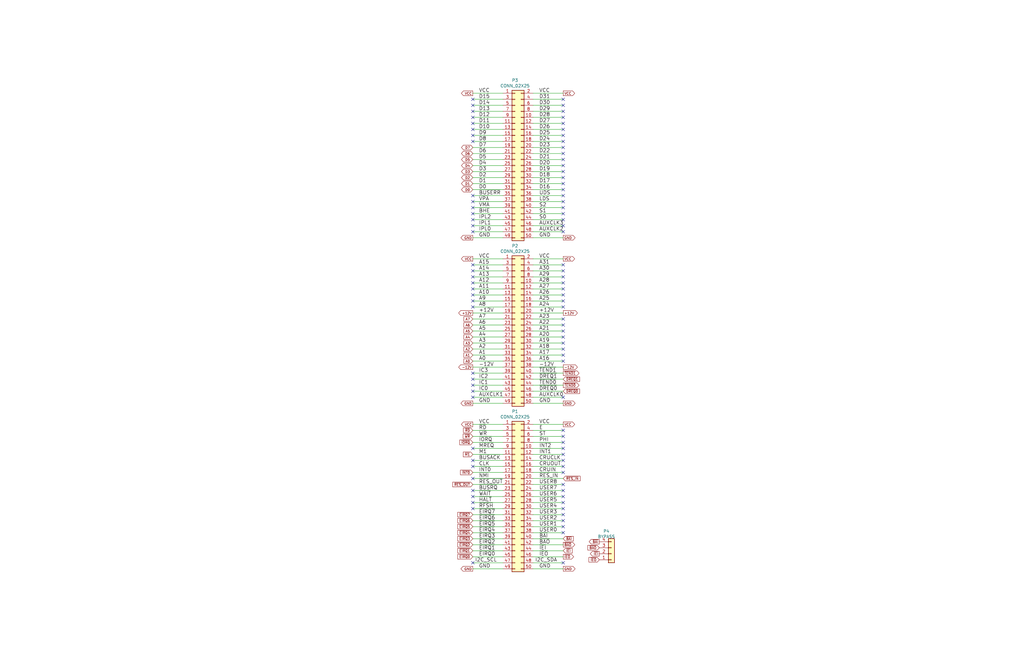
<source format=kicad_sch>
(kicad_sch (version 20211123) (generator eeschema)
  (paper "B")
  (lib_symbols
    (symbol "Connector_Generic:Conn_01x04" (pin_names (offset 1.016) hide)
      (property "Reference" "J" (at 0 5.08 0))
      (property "Value" "Conn_01x04" (at 0 -7.62 0))
      (symbol "Conn_01x04_1_1"
        (rectangle (start -1.27 -4.953) (end 0 -5.207) (stroke (width 0.1524)))
        (rectangle (start -1.27 -2.413) (end 0 -2.667) (stroke (width 0.1524)))
        (rectangle (start -1.27 0.127) (end 0 -0.127) (stroke (width 0.1524)))
        (rectangle (start -1.27 2.667) (end 0 2.413) (stroke (width 0.1524)))
        (rectangle (start -1.27 3.81) (end 1.27 -6.35) (stroke (width 0.254)) (fill (type background)))
        (pin passive line (at -5.08 2.54 0) (length 3.81) (name "Pin_1") (number "1"))
        (pin passive line (at -5.08 0 0) (length 3.81) (name "Pin_2") (number "2"))
        (pin passive line (at -5.08 -2.54 0) (length 3.81) (name "Pin_3") (number "3"))
        (pin passive line (at -5.08 -5.08 0) (length 3.81) (name "Pin_4") (number "4"))
      )
    )
    (symbol "Connector_Generic:Conn_02x25_Odd_Even" (pin_names (offset 1.016) hide)
      (property "Reference" "J" (at 1.27 33.02 0))
      (property "Value" "Conn_02x25_Odd_Even" (at 1.27 -33.02 0))
      (symbol "Conn_02x25_Odd_Even_1_1"
        (rectangle (start -1.27 -30.353) (end 0 -30.607) (stroke (width 0.1524)))
        (rectangle (start -1.27 -27.813) (end 0 -28.067) (stroke (width 0.1524)))
        (rectangle (start -1.27 -25.273) (end 0 -25.527) (stroke (width 0.1524)))
        (rectangle (start -1.27 -22.733) (end 0 -22.987) (stroke (width 0.1524)))
        (rectangle (start -1.27 -20.193) (end 0 -20.447) (stroke (width 0.1524)))
        (rectangle (start -1.27 -17.653) (end 0 -17.907) (stroke (width 0.1524)))
        (rectangle (start -1.27 -15.113) (end 0 -15.367) (stroke (width 0.1524)))
        (rectangle (start -1.27 -12.573) (end 0 -12.827) (stroke (width 0.1524)))
        (rectangle (start -1.27 -10.033) (end 0 -10.287) (stroke (width 0.1524)))
        (rectangle (start -1.27 -7.493) (end 0 -7.747) (stroke (width 0.1524)))
        (rectangle (start -1.27 -4.953) (end 0 -5.207) (stroke (width 0.1524)))
        (rectangle (start -1.27 -2.413) (end 0 -2.667) (stroke (width 0.1524)))
        (rectangle (start -1.27 0.127) (end 0 -0.127) (stroke (width 0.1524)))
        (rectangle (start -1.27 2.667) (end 0 2.413) (stroke (width 0.1524)))
        (rectangle (start -1.27 5.207) (end 0 4.953) (stroke (width 0.1524)))
        (rectangle (start -1.27 7.747) (end 0 7.493) (stroke (width 0.1524)))
        (rectangle (start -1.27 10.287) (end 0 10.033) (stroke (width 0.1524)))
        (rectangle (start -1.27 12.827) (end 0 12.573) (stroke (width 0.1524)))
        (rectangle (start -1.27 15.367) (end 0 15.113) (stroke (width 0.1524)))
        (rectangle (start -1.27 17.907) (end 0 17.653) (stroke (width 0.1524)))
        (rectangle (start -1.27 20.447) (end 0 20.193) (stroke (width 0.1524)))
        (rectangle (start -1.27 22.987) (end 0 22.733) (stroke (width 0.1524)))
        (rectangle (start -1.27 25.527) (end 0 25.273) (stroke (width 0.1524)))
        (rectangle (start -1.27 28.067) (end 0 27.813) (stroke (width 0.1524)))
        (rectangle (start -1.27 30.607) (end 0 30.353) (stroke (width 0.1524)))
        (rectangle (start -1.27 31.75) (end 3.81 -31.75) (stroke (width 0.254)) (fill (type background)))
        (rectangle (start 3.81 -30.353) (end 2.54 -30.607) (stroke (width 0.1524)))
        (rectangle (start 3.81 -27.813) (end 2.54 -28.067) (stroke (width 0.1524)))
        (rectangle (start 3.81 -25.273) (end 2.54 -25.527) (stroke (width 0.1524)))
        (rectangle (start 3.81 -22.733) (end 2.54 -22.987) (stroke (width 0.1524)))
        (rectangle (start 3.81 -20.193) (end 2.54 -20.447) (stroke (width 0.1524)))
        (rectangle (start 3.81 -17.653) (end 2.54 -17.907) (stroke (width 0.1524)))
        (rectangle (start 3.81 -15.113) (end 2.54 -15.367) (stroke (width 0.1524)))
        (rectangle (start 3.81 -12.573) (end 2.54 -12.827) (stroke (width 0.1524)))
        (rectangle (start 3.81 -10.033) (end 2.54 -10.287) (stroke (width 0.1524)))
        (rectangle (start 3.81 -7.493) (end 2.54 -7.747) (stroke (width 0.1524)))
        (rectangle (start 3.81 -4.953) (end 2.54 -5.207) (stroke (width 0.1524)))
        (rectangle (start 3.81 -2.413) (end 2.54 -2.667) (stroke (width 0.1524)))
        (rectangle (start 3.81 0.127) (end 2.54 -0.127) (stroke (width 0.1524)))
        (rectangle (start 3.81 2.667) (end 2.54 2.413) (stroke (width 0.1524)))
        (rectangle (start 3.81 5.207) (end 2.54 4.953) (stroke (width 0.1524)))
        (rectangle (start 3.81 7.747) (end 2.54 7.493) (stroke (width 0.1524)))
        (rectangle (start 3.81 10.287) (end 2.54 10.033) (stroke (width 0.1524)))
        (rectangle (start 3.81 12.827) (end 2.54 12.573) (stroke (width 0.1524)))
        (rectangle (start 3.81 15.367) (end 2.54 15.113) (stroke (width 0.1524)))
        (rectangle (start 3.81 17.907) (end 2.54 17.653) (stroke (width 0.1524)))
        (rectangle (start 3.81 20.447) (end 2.54 20.193) (stroke (width 0.1524)))
        (rectangle (start 3.81 22.987) (end 2.54 22.733) (stroke (width 0.1524)))
        (rectangle (start 3.81 25.527) (end 2.54 25.273) (stroke (width 0.1524)))
        (rectangle (start 3.81 28.067) (end 2.54 27.813) (stroke (width 0.1524)))
        (rectangle (start 3.81 30.607) (end 2.54 30.353) (stroke (width 0.1524)))
        (pin passive line (at -5.08 30.48 0) (length 3.81) (name "Pin_1") (number "1"))
        (pin passive line (at 7.62 20.32 180) (length 3.81) (name "Pin_10") (number "10"))
        (pin passive line (at -5.08 17.78 0) (length 3.81) (name "Pin_11") (number "11"))
        (pin passive line (at 7.62 17.78 180) (length 3.81) (name "Pin_12") (number "12"))
        (pin passive line (at -5.08 15.24 0) (length 3.81) (name "Pin_13") (number "13"))
        (pin passive line (at 7.62 15.24 180) (length 3.81) (name "Pin_14") (number "14"))
        (pin passive line (at -5.08 12.7 0) (length 3.81) (name "Pin_15") (number "15"))
        (pin passive line (at 7.62 12.7 180) (length 3.81) (name "Pin_16") (number "16"))
        (pin passive line (at -5.08 10.16 0) (length 3.81) (name "Pin_17") (number "17"))
        (pin passive line (at 7.62 10.16 180) (length 3.81) (name "Pin_18") (number "18"))
        (pin passive line (at -5.08 7.62 0) (length 3.81) (name "Pin_19") (number "19"))
        (pin passive line (at 7.62 30.48 180) (length 3.81) (name "Pin_2") (number "2"))
        (pin passive line (at 7.62 7.62 180) (length 3.81) (name "Pin_20") (number "20"))
        (pin passive line (at -5.08 5.08 0) (length 3.81) (name "Pin_21") (number "21"))
        (pin passive line (at 7.62 5.08 180) (length 3.81) (name "Pin_22") (number "22"))
        (pin passive line (at -5.08 2.54 0) (length 3.81) (name "Pin_23") (number "23"))
        (pin passive line (at 7.62 2.54 180) (length 3.81) (name "Pin_24") (number "24"))
        (pin passive line (at -5.08 0 0) (length 3.81) (name "Pin_25") (number "25"))
        (pin passive line (at 7.62 0 180) (length 3.81) (name "Pin_26") (number "26"))
        (pin passive line (at -5.08 -2.54 0) (length 3.81) (name "Pin_27") (number "27"))
        (pin passive line (at 7.62 -2.54 180) (length 3.81) (name "Pin_28") (number "28"))
        (pin passive line (at -5.08 -5.08 0) (length 3.81) (name "Pin_29") (number "29"))
        (pin passive line (at -5.08 27.94 0) (length 3.81) (name "Pin_3") (number "3"))
        (pin passive line (at 7.62 -5.08 180) (length 3.81) (name "Pin_30") (number "30"))
        (pin passive line (at -5.08 -7.62 0) (length 3.81) (name "Pin_31") (number "31"))
        (pin passive line (at 7.62 -7.62 180) (length 3.81) (name "Pin_32") (number "32"))
        (pin passive line (at -5.08 -10.16 0) (length 3.81) (name "Pin_33") (number "33"))
        (pin passive line (at 7.62 -10.16 180) (length 3.81) (name "Pin_34") (number "34"))
        (pin passive line (at -5.08 -12.7 0) (length 3.81) (name "Pin_35") (number "35"))
        (pin passive line (at 7.62 -12.7 180) (length 3.81) (name "Pin_36") (number "36"))
        (pin passive line (at -5.08 -15.24 0) (length 3.81) (name "Pin_37") (number "37"))
        (pin passive line (at 7.62 -15.24 180) (length 3.81) (name "Pin_38") (number "38"))
        (pin passive line (at -5.08 -17.78 0) (length 3.81) (name "Pin_39") (number "39"))
        (pin passive line (at 7.62 27.94 180) (length 3.81) (name "Pin_4") (number "4"))
        (pin passive line (at 7.62 -17.78 180) (length 3.81) (name "Pin_40") (number "40"))
        (pin passive line (at -5.08 -20.32 0) (length 3.81) (name "Pin_41") (number "41"))
        (pin passive line (at 7.62 -20.32 180) (length 3.81) (name "Pin_42") (number "42"))
        (pin passive line (at -5.08 -22.86 0) (length 3.81) (name "Pin_43") (number "43"))
        (pin passive line (at 7.62 -22.86 180) (length 3.81) (name "Pin_44") (number "44"))
        (pin passive line (at -5.08 -25.4 0) (length 3.81) (name "Pin_45") (number "45"))
        (pin passive line (at 7.62 -25.4 180) (length 3.81) (name "Pin_46") (number "46"))
        (pin passive line (at -5.08 -27.94 0) (length 3.81) (name "Pin_47") (number "47"))
        (pin passive line (at 7.62 -27.94 180) (length 3.81) (name "Pin_48") (number "48"))
        (pin passive line (at -5.08 -30.48 0) (length 3.81) (name "Pin_49") (number "49"))
        (pin passive line (at -5.08 25.4 0) (length 3.81) (name "Pin_5") (number "5"))
        (pin passive line (at 7.62 -30.48 180) (length 3.81) (name "Pin_50") (number "50"))
        (pin passive line (at 7.62 25.4 180) (length 3.81) (name "Pin_6") (number "6"))
        (pin passive line (at -5.08 22.86 0) (length 3.81) (name "Pin_7") (number "7"))
        (pin passive line (at 7.62 22.86 180) (length 3.81) (name "Pin_8") (number "8"))
        (pin passive line (at -5.08 20.32 0) (length 3.81) (name "Pin_9") (number "9"))
      )
    )
  )
  (no_connect (at 199.39 90.17))
  (no_connect (at 237.49 196.85))
  (no_connect (at 237.49 46.99))
  (no_connect (at 199.39 167.64))
  (no_connect (at 237.49 59.69))
  (no_connect (at 199.39 85.09))
  (no_connect (at 237.49 77.47))
  (no_connect (at 199.39 54.61))
  (no_connect (at 237.49 111.76))
  (no_connect (at 199.39 196.85))
  (no_connect (at 199.39 121.92))
  (no_connect (at 199.39 212.09))
  (no_connect (at 237.49 237.49))
  (no_connect (at 237.49 142.24))
  (no_connect (at 237.49 191.77))
  (no_connect (at 237.49 69.85))
  (no_connect (at 237.49 67.31))
  (no_connect (at 199.39 189.23))
  (no_connect (at 237.49 212.09))
  (no_connect (at 237.49 139.7))
  (no_connect (at 199.39 116.84))
  (no_connect (at 237.49 64.77))
  (no_connect (at 199.39 97.79))
  (no_connect (at 237.49 119.38))
  (no_connect (at 237.49 186.69))
  (no_connect (at 237.49 127))
  (no_connect (at 199.39 207.01))
  (no_connect (at 199.39 52.07))
  (no_connect (at 199.39 124.46))
  (no_connect (at 199.39 119.38))
  (no_connect (at 237.49 181.61))
  (no_connect (at 199.39 49.53))
  (no_connect (at 237.49 184.15))
  (no_connect (at 199.39 59.69))
  (no_connect (at 199.39 41.91))
  (no_connect (at 199.39 160.02))
  (no_connect (at 237.49 116.84))
  (no_connect (at 237.49 54.61))
  (no_connect (at 199.39 157.48))
  (no_connect (at 199.39 165.1))
  (no_connect (at 237.49 52.07))
  (no_connect (at 199.39 201.93))
  (no_connect (at 237.49 214.63))
  (no_connect (at 237.49 114.3))
  (no_connect (at 237.49 152.4))
  (no_connect (at 237.49 74.93))
  (no_connect (at 199.39 129.54))
  (no_connect (at 199.39 57.15))
  (no_connect (at 237.49 217.17))
  (no_connect (at 199.39 46.99))
  (no_connect (at 237.49 57.15))
  (no_connect (at 237.49 189.23))
  (no_connect (at 237.49 62.23))
  (no_connect (at 237.49 72.39))
  (no_connect (at 237.49 224.79))
  (no_connect (at 199.39 214.63))
  (no_connect (at 237.49 97.79))
  (no_connect (at 237.49 90.17))
  (no_connect (at 237.49 219.71))
  (no_connect (at 237.49 49.53))
  (no_connect (at 237.49 194.31))
  (no_connect (at 199.39 92.71))
  (no_connect (at 199.39 127))
  (no_connect (at 199.39 87.63))
  (no_connect (at 199.39 114.3))
  (no_connect (at 237.49 92.71))
  (no_connect (at 237.49 209.55))
  (no_connect (at 199.39 44.45))
  (no_connect (at 237.49 204.47))
  (no_connect (at 237.49 85.09))
  (no_connect (at 237.49 95.25))
  (no_connect (at 237.49 80.01))
  (no_connect (at 237.49 207.01))
  (no_connect (at 237.49 82.55))
  (no_connect (at 237.49 147.32))
  (no_connect (at 237.49 222.25))
  (no_connect (at 237.49 199.39))
  (no_connect (at 237.49 87.63))
  (no_connect (at 199.39 194.31))
  (no_connect (at 199.39 111.76))
  (no_connect (at 237.49 129.54))
  (no_connect (at 199.39 82.55))
  (no_connect (at 199.39 95.25))
  (no_connect (at 237.49 41.91))
  (no_connect (at 237.49 121.92))
  (no_connect (at 237.49 44.45))
  (no_connect (at 237.49 137.16))
  (no_connect (at 237.49 149.86))
  (no_connect (at 237.49 144.78))
  (no_connect (at 199.39 237.49))
  (no_connect (at 237.49 134.62))
  (no_connect (at 199.39 162.56))
  (no_connect (at 237.49 167.64))
  (no_connect (at 237.49 124.46))
  (no_connect (at 199.39 209.55))
  (wire (pts (xy 224.79 224.79) (xy 237.49 224.79)))
  (wire (pts (xy 199.39 224.79) (xy 212.09 224.79)))
  (wire (pts (xy 224.79 77.47) (xy 237.49 77.47)))
  (wire (pts (xy 199.39 54.61) (xy 212.09 54.61)))
  (wire (pts (xy 199.39 209.55) (xy 212.09 209.55)))
  (wire (pts (xy 224.79 207.01) (xy 237.49 207.01)))
  (wire (pts (xy 199.39 137.16) (xy 212.09 137.16)))
  (wire (pts (xy 199.39 49.53) (xy 212.09 49.53)))
  (wire (pts (xy 224.79 97.79) (xy 237.49 97.79)))
  (wire (pts (xy 237.49 194.31) (xy 224.79 194.31)))
  (wire (pts (xy 224.79 201.93) (xy 237.49 201.93)))
  (wire (pts (xy 224.79 209.55) (xy 237.49 209.55)))
  (wire (pts (xy 224.79 57.15) (xy 237.49 57.15)))
  (wire (pts (xy 199.39 240.03) (xy 212.09 240.03)))
  (wire (pts (xy 224.79 100.33) (xy 237.49 100.33)))
  (wire (pts (xy 199.39 67.31) (xy 212.09 67.31)))
  (wire (pts (xy 224.79 85.09) (xy 237.49 85.09)))
  (wire (pts (xy 224.79 142.24) (xy 237.49 142.24)))
  (wire (pts (xy 199.39 152.4) (xy 212.09 152.4)))
  (wire (pts (xy 212.09 160.02) (xy 199.39 160.02)))
  (wire (pts (xy 224.79 137.16) (xy 237.49 137.16)))
  (wire (pts (xy 212.09 85.09) (xy 199.39 85.09)))
  (wire (pts (xy 199.39 204.47) (xy 212.09 204.47)))
  (wire (pts (xy 224.79 80.01) (xy 237.49 80.01)))
  (wire (pts (xy 224.79 212.09) (xy 237.49 212.09)))
  (wire (pts (xy 199.39 74.93) (xy 212.09 74.93)))
  (wire (pts (xy 224.79 170.18) (xy 237.49 170.18)))
  (wire (pts (xy 199.39 149.86) (xy 212.09 149.86)))
  (wire (pts (xy 199.39 116.84) (xy 212.09 116.84)))
  (wire (pts (xy 199.39 227.33) (xy 212.09 227.33)))
  (wire (pts (xy 237.49 184.15) (xy 224.79 184.15)))
  (wire (pts (xy 199.39 134.62) (xy 212.09 134.62)))
  (wire (pts (xy 224.79 144.78) (xy 237.49 144.78)))
  (wire (pts (xy 224.79 124.46) (xy 237.49 124.46)))
  (wire (pts (xy 199.39 52.07) (xy 212.09 52.07)))
  (wire (pts (xy 199.39 199.39) (xy 212.09 199.39)))
  (wire (pts (xy 224.79 67.31) (xy 237.49 67.31)))
  (wire (pts (xy 237.49 95.25) (xy 224.79 95.25)))
  (wire (pts (xy 224.79 114.3) (xy 237.49 114.3)))
  (wire (pts (xy 199.39 41.91) (xy 212.09 41.91)))
  (wire (pts (xy 199.39 111.76) (xy 212.09 111.76)))
  (wire (pts (xy 199.39 44.45) (xy 212.09 44.45)))
  (wire (pts (xy 224.79 44.45) (xy 237.49 44.45)))
  (wire (pts (xy 199.39 59.69) (xy 212.09 59.69)))
  (wire (pts (xy 224.79 129.54) (xy 237.49 129.54)))
  (wire (pts (xy 224.79 147.32) (xy 237.49 147.32)))
  (wire (pts (xy 199.39 77.47) (xy 212.09 77.47)))
  (wire (pts (xy 199.39 191.77) (xy 212.09 191.77)))
  (wire (pts (xy 199.39 64.77) (xy 212.09 64.77)))
  (wire (pts (xy 199.39 62.23) (xy 212.09 62.23)))
  (wire (pts (xy 199.39 222.25) (xy 212.09 222.25)))
  (wire (pts (xy 224.79 204.47) (xy 237.49 204.47)))
  (wire (pts (xy 224.79 59.69) (xy 237.49 59.69)))
  (wire (pts (xy 224.79 87.63) (xy 237.49 87.63)))
  (wire (pts (xy 224.79 62.23) (xy 237.49 62.23)))
  (wire (pts (xy 224.79 219.71) (xy 237.49 219.71)))
  (wire (pts (xy 224.79 82.55) (xy 237.49 82.55)))
  (wire (pts (xy 212.09 90.17) (xy 199.39 90.17)))
  (wire (pts (xy 199.39 121.92) (xy 212.09 121.92)))
  (wire (pts (xy 224.79 69.85) (xy 237.49 69.85)))
  (wire (pts (xy 199.39 46.99) (xy 212.09 46.99)))
  (wire (pts (xy 224.79 196.85) (xy 237.49 196.85)))
  (wire (pts (xy 224.79 179.07) (xy 237.49 179.07)))
  (wire (pts (xy 224.79 157.48) (xy 237.49 157.48)))
  (wire (pts (xy 199.39 194.31) (xy 212.09 194.31)))
  (wire (pts (xy 224.79 222.25) (xy 237.49 222.25)))
  (wire (pts (xy 199.39 201.93) (xy 212.09 201.93)))
  (wire (pts (xy 199.39 179.07) (xy 212.09 179.07)))
  (wire (pts (xy 237.49 234.95) (xy 224.79 234.95)))
  (wire (pts (xy 224.79 154.94) (xy 237.49 154.94)))
  (wire (pts (xy 224.79 134.62) (xy 237.49 134.62)))
  (wire (pts (xy 224.79 92.71) (xy 237.49 92.71)))
  (wire (pts (xy 199.39 212.09) (xy 212.09 212.09)))
  (wire (pts (xy 199.39 119.38) (xy 212.09 119.38)))
  (wire (pts (xy 199.39 144.78) (xy 212.09 144.78)))
  (wire (pts (xy 237.49 191.77) (xy 224.79 191.77)))
  (wire (pts (xy 224.79 109.22) (xy 237.49 109.22)))
  (wire (pts (xy 224.79 121.92) (xy 237.49 121.92)))
  (wire (pts (xy 199.39 186.69) (xy 212.09 186.69)))
  (wire (pts (xy 237.49 181.61) (xy 224.79 181.61)))
  (wire (pts (xy 199.39 170.18) (xy 212.09 170.18)))
  (wire (pts (xy 199.39 219.71) (xy 212.09 219.71)))
  (wire (pts (xy 224.79 46.99) (xy 237.49 46.99)))
  (wire (pts (xy 199.39 196.85) (xy 212.09 196.85)))
  (wire (pts (xy 224.79 149.86) (xy 237.49 149.86)))
  (wire (pts (xy 199.39 234.95) (xy 212.09 234.95)))
  (wire (pts (xy 199.39 181.61) (xy 212.09 181.61)))
  (wire (pts (xy 237.49 189.23) (xy 224.79 189.23)))
  (wire (pts (xy 224.79 165.1) (xy 237.49 165.1)))
  (wire (pts (xy 199.39 129.54) (xy 212.09 129.54)))
  (wire (pts (xy 199.39 229.87) (xy 212.09 229.87)))
  (wire (pts (xy 224.79 240.03) (xy 237.49 240.03)))
  (wire (pts (xy 224.79 64.77) (xy 237.49 64.77)))
  (wire (pts (xy 199.39 127) (xy 212.09 127)))
  (wire (pts (xy 224.79 49.53) (xy 237.49 49.53)))
  (wire (pts (xy 224.79 72.39) (xy 237.49 72.39)))
  (wire (pts (xy 224.79 152.4) (xy 237.49 152.4)))
  (wire (pts (xy 199.39 57.15) (xy 212.09 57.15)))
  (wire (pts (xy 224.79 162.56) (xy 237.49 162.56)))
  (wire (pts (xy 224.79 74.93) (xy 237.49 74.93)))
  (wire (pts (xy 224.79 90.17) (xy 237.49 90.17)))
  (wire (pts (xy 212.09 82.55) (xy 199.39 82.55)))
  (wire (pts (xy 212.09 157.48) (xy 199.39 157.48)))
  (wire (pts (xy 224.79 139.7) (xy 237.49 139.7)))
  (wire (pts (xy 224.79 39.37) (xy 237.49 39.37)))
  (wire (pts (xy 212.09 87.63) (xy 199.39 87.63)))
  (wire (pts (xy 224.79 199.39) (xy 237.49 199.39)))
  (wire (pts (xy 224.79 111.76) (xy 237.49 111.76)))
  (wire (pts (xy 237.49 232.41) (xy 224.79 232.41)))
  (wire (pts (xy 224.79 52.07) (xy 237.49 52.07)))
  (wire (pts (xy 199.39 124.46) (xy 212.09 124.46)))
  (wire (pts (xy 237.49 237.49) (xy 224.79 237.49)))
  (wire (pts (xy 224.79 132.08) (xy 237.49 132.08)))
  (wire (pts (xy 224.79 217.17) (xy 237.49 217.17)))
  (wire (pts (xy 237.49 229.87) (xy 224.79 229.87)))
  (wire (pts (xy 199.39 167.64) (xy 212.09 167.64)))
  (wire (pts (xy 199.39 72.39) (xy 212.09 72.39)))
  (wire (pts (xy 199.39 142.24) (xy 212.09 142.24)))
  (wire (pts (xy 199.39 109.22) (xy 212.09 109.22)))
  (wire (pts (xy 199.39 132.08) (xy 212.09 132.08)))
  (wire (pts (xy 199.39 189.23) (xy 212.09 189.23)))
  (wire (pts (xy 224.79 116.84) (xy 237.49 116.84)))
  (wire (pts (xy 199.39 214.63) (xy 212.09 214.63)))
  (wire (pts (xy 199.39 217.17) (xy 212.09 217.17)))
  (wire (pts (xy 199.39 154.94) (xy 212.09 154.94)))
  (wire (pts (xy 199.39 39.37) (xy 212.09 39.37)))
  (wire (pts (xy 199.39 147.32) (xy 212.09 147.32)))
  (wire (pts (xy 224.79 167.64) (xy 237.49 167.64)))
  (wire (pts (xy 199.39 100.33) (xy 212.09 100.33)))
  (wire (pts (xy 237.49 227.33) (xy 224.79 227.33)))
  (wire (pts (xy 212.09 97.79) (xy 199.39 97.79)))
  (wire (pts (xy 224.79 41.91) (xy 237.49 41.91)))
  (wire (pts (xy 199.39 232.41) (xy 212.09 232.41)))
  (wire (pts (xy 212.09 165.1) (xy 199.39 165.1)))
  (wire (pts (xy 237.49 186.69) (xy 224.79 186.69)))
  (wire (pts (xy 199.39 114.3) (xy 212.09 114.3)))
  (wire (pts (xy 224.79 127) (xy 237.49 127)))
  (wire (pts (xy 199.39 80.01) (xy 212.09 80.01)))
  (wire (pts (xy 199.39 139.7) (xy 212.09 139.7)))
  (wire (pts (xy 199.39 69.85) (xy 212.09 69.85)))
  (wire (pts (xy 212.09 237.49) (xy 199.39 237.49)))
  (wire (pts (xy 224.79 160.02) (xy 237.49 160.02)))
  (wire (pts (xy 212.09 92.71) (xy 199.39 92.71)))
  (wire (pts (xy 224.79 214.63) (xy 237.49 214.63)))
  (wire (pts (xy 199.39 207.01) (xy 212.09 207.01)))
  (wire (pts (xy 212.09 95.25) (xy 199.39 95.25)))
  (wire (pts (xy 224.79 119.38) (xy 237.49 119.38)))
  (wire (pts (xy 212.09 162.56) (xy 199.39 162.56)))
  (wire (pts (xy 224.79 54.61) (xy 237.49 54.61)))
  (wire (pts (xy 199.39 184.15) (xy 212.09 184.15)))
  (label "A7" (at 201.93 134.62 0) (effects (font (size 1.524 1.524))))
  (label "VCC" (at 201.93 179.07 0) (effects (font (size 1.524 1.524))))
  (label "~{BHE}" (at 201.93 90.17 0) (effects (font (size 1.524 1.524))))
  (label "D4" (at 201.93 69.85 0) (effects (font (size 1.524 1.524))))
  (label "A5" (at 201.93 139.7 0) (effects (font (size 1.524 1.524))))
  (label "~{RES_OUT}" (at 201.93 204.47 0) (effects (font (size 1.524 1.524))))
  (label "IPL1" (at 201.93 95.25 0) (effects (font (size 1.524 1.524))))
  (label "UDS" (at 227.33 82.55 0) (effects (font (size 1.524 1.524))))
  (label "~{INT2}" (at 227.33 189.23 0) (effects (font (size 1.524 1.524))))
  (label "VCC" (at 227.33 179.07 0) (effects (font (size 1.524 1.524))))
  (label "IC2" (at 201.93 160.02 0) (effects (font (size 1.524 1.524))))
  (label "USER0" (at 227.33 224.79 0) (effects (font (size 1.524 1.524))))
  (label "VCC" (at 227.33 39.37 0) (effects (font (size 1.524 1.524))))
  (label "A9" (at 201.93 127 0) (effects (font (size 1.524 1.524))))
  (label "D9" (at 201.93 57.15 0) (effects (font (size 1.524 1.524))))
  (label "GND" (at 227.33 100.33 0) (effects (font (size 1.524 1.524))))
  (label "D23" (at 227.33 62.23 0) (effects (font (size 1.524 1.524))))
  (label "D15" (at 201.93 41.91 0) (effects (font (size 1.524 1.524))))
  (label "~{IEI}" (at 227.33 232.41 0) (effects (font (size 1.524 1.524))))
  (label "A6" (at 201.93 137.16 0) (effects (font (size 1.524 1.524))))
  (label "D0" (at 201.93 80.01 0) (effects (font (size 1.524 1.524))))
  (label "GND" (at 201.93 240.03 0) (effects (font (size 1.524 1.524))))
  (label "IPL0" (at 201.93 97.79 0) (effects (font (size 1.524 1.524))))
  (label "D16" (at 227.33 80.01 0) (effects (font (size 1.524 1.524))))
  (label "~{VPA}" (at 201.93 85.09 0) (effects (font (size 1.524 1.524))))
  (label "I2C_SCL" (at 209.55 237.49 180) (effects (font (size 1.524 1.524))))
  (label "~{NMI}" (at 201.93 201.93 0) (effects (font (size 1.524 1.524))))
  (label "~{MREQ}" (at 201.93 189.23 0) (effects (font (size 1.524 1.524))))
  (label "USER6" (at 227.33 209.55 0) (effects (font (size 1.524 1.524))))
  (label "A3" (at 201.93 144.78 0) (effects (font (size 1.524 1.524))))
  (label "A4" (at 201.93 142.24 0) (effects (font (size 1.524 1.524))))
  (label "A23" (at 227.33 134.62 0) (effects (font (size 1.524 1.524))))
  (label "D25" (at 227.33 57.15 0) (effects (font (size 1.524 1.524))))
  (label "D7" (at 201.93 62.23 0) (effects (font (size 1.524 1.524))))
  (label "VCC" (at 227.33 109.22 0) (effects (font (size 1.524 1.524))))
  (label "+12V" (at 227.33 132.08 0) (effects (font (size 1.524 1.524))))
  (label "~{BAO}" (at 227.33 229.87 0) (effects (font (size 1.524 1.524))))
  (label "A14" (at 201.93 114.3 0) (effects (font (size 1.524 1.524))))
  (label "GND" (at 227.33 170.18 0) (effects (font (size 1.524 1.524))))
  (label "D26" (at 227.33 54.61 0) (effects (font (size 1.524 1.524))))
  (label "D6" (at 201.93 64.77 0) (effects (font (size 1.524 1.524))))
  (label "~{INT0}" (at 201.93 199.39 0) (effects (font (size 1.524 1.524))))
  (label "S0" (at 227.33 92.71 0) (effects (font (size 1.524 1.524))))
  (label "A24" (at 227.33 129.54 0) (effects (font (size 1.524 1.524))))
  (label "A28" (at 227.33 119.38 0) (effects (font (size 1.524 1.524))))
  (label "A20" (at 227.33 142.24 0) (effects (font (size 1.524 1.524))))
  (label "~{RD}" (at 201.93 181.61 0) (effects (font (size 1.524 1.524))))
  (label "A21" (at 227.33 139.7 0) (effects (font (size 1.524 1.524))))
  (label "A29" (at 227.33 116.84 0) (effects (font (size 1.524 1.524))))
  (label "AUXCLK3" (at 227.33 95.25 0) (effects (font (size 1.524 1.524))))
  (label "~{DREQ1}" (at 227.33 160.02 0) (effects (font (size 1.524 1.524))))
  (label "D13" (at 201.93 46.99 0) (effects (font (size 1.524 1.524))))
  (label "~{EIRQ0}" (at 201.93 234.95 0) (effects (font (size 1.524 1.524))))
  (label "A1" (at 201.93 149.86 0) (effects (font (size 1.524 1.524))))
  (label "VCC" (at 201.93 109.22 0) (effects (font (size 1.524 1.524))))
  (label "A8" (at 201.93 129.54 0) (effects (font (size 1.524 1.524))))
  (label "A25" (at 227.33 127 0) (effects (font (size 1.524 1.524))))
  (label "A13" (at 201.93 116.84 0) (effects (font (size 1.524 1.524))))
  (label "+12V" (at 201.93 132.08 0) (effects (font (size 1.524 1.524))))
  (label "D18" (at 227.33 74.93 0) (effects (font (size 1.524 1.524))))
  (label "D24" (at 227.33 59.69 0) (effects (font (size 1.524 1.524))))
  (label "~{M1}" (at 201.93 191.77 0) (effects (font (size 1.524 1.524))))
  (label "~{RFSH}" (at 201.93 214.63 0) (effects (font (size 1.524 1.524))))
  (label "USER4" (at 227.33 214.63 0) (effects (font (size 1.524 1.524))))
  (label "PHI" (at 227.33 186.69 0) (effects (font (size 1.524 1.524))))
  (label "~{BUSERR}" (at 201.93 82.55 0) (effects (font (size 1.524 1.524))))
  (label "AUXCLK0" (at 227.33 167.64 0) (effects (font (size 1.524 1.524))))
  (label "~{IEO}" (at 227.33 234.95 0) (effects (font (size 1.524 1.524))))
  (label "~{HALT}" (at 201.93 212.09 0) (effects (font (size 1.524 1.524))))
  (label "I2C_SDA" (at 234.95 237.49 180) (effects (font (size 1.524 1.524))))
  (label "USER8" (at 227.33 204.47 0) (effects (font (size 1.524 1.524))))
  (label "~{EIRQ4}" (at 201.93 224.79 0) (effects (font (size 1.524 1.524))))
  (label "A16" (at 227.33 152.4 0) (effects (font (size 1.524 1.524))))
  (label "A2" (at 201.93 147.32 0) (effects (font (size 1.524 1.524))))
  (label "A31" (at 227.33 111.76 0) (effects (font (size 1.524 1.524))))
  (label "~{TEND1}" (at 227.33 157.48 0) (effects (font (size 1.524 1.524))))
  (label "AUXCLK1" (at 201.93 167.64 0) (effects (font (size 1.524 1.524))))
  (label "D3" (at 201.93 72.39 0) (effects (font (size 1.524 1.524))))
  (label "D19" (at 227.33 72.39 0) (effects (font (size 1.524 1.524))))
  (label "~{WR}" (at 201.93 184.15 0) (effects (font (size 1.524 1.524))))
  (label "A10" (at 201.93 124.46 0) (effects (font (size 1.524 1.524))))
  (label "E" (at 227.33 181.61 0) (effects (font (size 1.524 1.524))))
  (label "ST" (at 227.33 184.15 0) (effects (font (size 1.524 1.524))))
  (label "A18" (at 227.33 147.32 0) (effects (font (size 1.524 1.524))))
  (label "A15" (at 201.93 111.76 0) (effects (font (size 1.524 1.524))))
  (label "A0" (at 201.93 152.4 0) (effects (font (size 1.524 1.524))))
  (label "LDS" (at 227.33 85.09 0) (effects (font (size 1.524 1.524))))
  (label "D12" (at 201.93 49.53 0) (effects (font (size 1.524 1.524))))
  (label "IC1" (at 201.93 162.56 0) (effects (font (size 1.524 1.524))))
  (label "~{BUSACK}" (at 201.93 194.31 0) (effects (font (size 1.524 1.524))))
  (label "A19" (at 227.33 144.78 0) (effects (font (size 1.524 1.524))))
  (label "AUXCLK2" (at 227.33 97.79 0) (effects (font (size 1.524 1.524))))
  (label "GND" (at 227.33 240.03 0) (effects (font (size 1.524 1.524))))
  (label "D1" (at 201.93 77.47 0) (effects (font (size 1.524 1.524))))
  (label "S1" (at 227.33 90.17 0) (effects (font (size 1.524 1.524))))
  (label "~{WAIT}" (at 201.93 209.55 0) (effects (font (size 1.524 1.524))))
  (label "~{EIRQ2}" (at 201.93 229.87 0) (effects (font (size 1.524 1.524))))
  (label "CRUIN" (at 227.33 199.39 0) (effects (font (size 1.524 1.524))))
  (label "-12V" (at 201.93 154.94 0) (effects (font (size 1.524 1.524))))
  (label "D22" (at 227.33 64.77 0) (effects (font (size 1.524 1.524))))
  (label "~{IORQ}" (at 201.93 186.69 0) (effects (font (size 1.524 1.524))))
  (label "~{EIRQ5}" (at 201.93 222.25 0) (effects (font (size 1.524 1.524))))
  (label "CRUCLK" (at 227.33 194.31 0) (effects (font (size 1.524 1.524))))
  (label "D8" (at 201.93 59.69 0) (effects (font (size 1.524 1.524))))
  (label "D14" (at 201.93 44.45 0) (effects (font (size 1.524 1.524))))
  (label "D11" (at 201.93 52.07 0) (effects (font (size 1.524 1.524))))
  (label "A17" (at 227.33 149.86 0) (effects (font (size 1.524 1.524))))
  (label "A26" (at 227.33 124.46 0) (effects (font (size 1.524 1.524))))
  (label "A12" (at 201.93 119.38 0) (effects (font (size 1.524 1.524))))
  (label "~{INT1}" (at 227.33 191.77 0) (effects (font (size 1.524 1.524))))
  (label "~{EIRQ6}" (at 201.93 219.71 0) (effects (font (size 1.524 1.524))))
  (label "CLK" (at 201.93 196.85 0) (effects (font (size 1.524 1.524))))
  (label "S2" (at 227.33 87.63 0) (effects (font (size 1.524 1.524))))
  (label "D30" (at 227.33 44.45 0) (effects (font (size 1.524 1.524))))
  (label "A30" (at 227.33 114.3 0) (effects (font (size 1.524 1.524))))
  (label "~{RES_IN}" (at 227.33 201.93 0) (effects (font (size 1.524 1.524))))
  (label "D31" (at 227.33 41.91 0) (effects (font (size 1.524 1.524))))
  (label "D28" (at 227.33 49.53 0) (effects (font (size 1.524 1.524))))
  (label "D2" (at 201.93 74.93 0) (effects (font (size 1.524 1.524))))
  (label "D29" (at 227.33 46.99 0) (effects (font (size 1.524 1.524))))
  (label "USER5" (at 227.33 212.09 0) (effects (font (size 1.524 1.524))))
  (label "~{BUSRQ}" (at 201.93 207.01 0) (effects (font (size 1.524 1.524))))
  (label "GND" (at 201.93 170.18 0) (effects (font (size 1.524 1.524))))
  (label "~{EIRQ1}" (at 201.93 232.41 0) (effects (font (size 1.524 1.524))))
  (label "A27" (at 227.33 121.92 0) (effects (font (size 1.524 1.524))))
  (label "~{DREQ0}" (at 227.33 165.1 0) (effects (font (size 1.524 1.524))))
  (label "-12V" (at 227.33 154.94 0) (effects (font (size 1.524 1.524))))
  (label "IC3" (at 201.93 157.48 0) (effects (font (size 1.524 1.524))))
  (label "D27" (at 227.33 52.07 0) (effects (font (size 1.524 1.524))))
  (label "USER7" (at 227.33 207.01 0) (effects (font (size 1.524 1.524))))
  (label "D10" (at 201.93 54.61 0) (effects (font (size 1.524 1.524))))
  (label "D21" (at 227.33 67.31 0) (effects (font (size 1.524 1.524))))
  (label "~{VMA}" (at 201.93 87.63 0) (effects (font (size 1.524 1.524))))
  (label "D17" (at 227.33 77.47 0) (effects (font (size 1.524 1.524))))
  (label "A22" (at 227.33 137.16 0) (effects (font (size 1.524 1.524))))
  (label "~{BAI}" (at 227.33 227.33 0) (effects (font (size 1.524 1.524))))
  (label "USER2" (at 227.33 219.71 0) (effects (font (size 1.524 1.524))))
  (label "VCC" (at 201.93 39.37 0) (effects (font (size 1.524 1.524))))
  (label "CRUOUT" (at 227.33 196.85 0) (effects (font (size 1.524 1.524))))
  (label "GND" (at 201.93 100.33 0) (effects (font (size 1.524 1.524))))
  (label "D20" (at 227.33 69.85 0) (effects (font (size 1.524 1.524))))
  (label "~{TEND0}" (at 227.33 162.56 0) (effects (font (size 1.524 1.524))))
  (label "~{EIRQ3}" (at 201.93 227.33 0) (effects (font (size 1.524 1.524))))
  (label "~{EIRQ7}" (at 201.93 217.17 0) (effects (font (size 1.524 1.524))))
  (label "USER3" (at 227.33 217.17 0) (effects (font (size 1.524 1.524))))
  (label "IPL2" (at 201.93 92.71 0) (effects (font (size 1.524 1.524))))
  (label "A11" (at 201.93 121.92 0) (effects (font (size 1.524 1.524))))
  (label "D5" (at 201.93 67.31 0) (effects (font (size 1.524 1.524))))
  (label "IC0" (at 201.93 165.1 0) (effects (font (size 1.524 1.524))))
  (label "USER1" (at 227.33 222.25 0) (effects (font (size 1.524 1.524))))
  (global_label "~{EIRQ4}" (shape input) (at 199.39 224.79 180) (effects (font (size 1.016 1.016))) (property "Intersheet References" "${INTERSHEET_REFS}" (effects hide)))
  (global_label "GND" (shape output) (at 199.39 100.33 180) (effects (font (size 1.016 1.016))) (property "Intersheet References" "${INTERSHEET_REFS}" (effects hide)))
  (global_label "VCC" (shape output) (at 199.39 179.07 180) (effects (font (size 1.016 1.016))) (property "Intersheet References" "${INTERSHEET_REFS}" (effects hide)))
  (global_label "GND" (shape output) (at 237.49 100.33 0) (effects (font (size 1.016 1.016))) (property "Intersheet References" "${INTERSHEET_REFS}" (effects hide)))
  (global_label "~{BAI}" (shape input) (at 237.49 227.33 0) (effects (font (size 1.016 1.016))) (property "Intersheet References" "${INTERSHEET_REFS}" (effects hide)))
  (global_label "VCC" (shape output) (at 199.39 39.37 180) (effects (font (size 1.016 1.016))) (property "Intersheet References" "${INTERSHEET_REFS}" (effects hide)))
  (global_label "~{EIRQ6}" (shape input) (at 199.39 219.71 180) (effects (font (size 1.016 1.016))) (property "Intersheet References" "${INTERSHEET_REFS}" (effects hide)))
  (global_label "~{EIRQ1}" (shape input) (at 199.39 232.41 180) (effects (font (size 1.016 1.016))) (property "Intersheet References" "${INTERSHEET_REFS}" (effects hide)))
  (global_label "A0" (shape input) (at 199.39 152.4 180) (effects (font (size 1.016 1.016))) (property "Intersheet References" "${INTERSHEET_REFS}" (effects hide)))
  (global_label "~{INT0}" (shape input) (at 199.39 199.39 180) (effects (font (size 1.016 1.016))) (property "Intersheet References" "${INTERSHEET_REFS}" (effects hide)))
  (global_label "+12V" (shape output) (at 199.39 132.08 180) (effects (font (size 1.016 1.016))) (property "Intersheet References" "${INTERSHEET_REFS}" (effects hide)))
  (global_label "D7" (shape bidirectional) (at 199.39 62.23 180) (effects (font (size 1.016 1.016))) (property "Intersheet References" "${INTERSHEET_REFS}" (effects hide)))
  (global_label "A4" (shape input) (at 199.39 142.24 180) (effects (font (size 1.016 1.016))) (property "Intersheet References" "${INTERSHEET_REFS}" (effects hide)))
  (global_label "A5" (shape input) (at 199.39 139.7 180) (effects (font (size 1.016 1.016))) (property "Intersheet References" "${INTERSHEET_REFS}" (effects hide)))
  (global_label "~{BAO}" (shape input) (at 252.73 231.14 180) (effects (font (size 1.016 1.016))) (property "Intersheet References" "${INTERSHEET_REFS}" (effects hide)))
  (global_label "~{WR}" (shape input) (at 199.39 184.15 180) (effects (font (size 1.016 1.016))) (property "Intersheet References" "${INTERSHEET_REFS}" (effects hide)))
  (global_label "~{IEI}" (shape output) (at 252.73 233.68 180) (effects (font (size 1.016 1.016))) (property "Intersheet References" "${INTERSHEET_REFS}" (effects hide)))
  (global_label "+12V" (shape output) (at 237.49 132.08 0) (effects (font (size 1.016 1.016))) (property "Intersheet References" "${INTERSHEET_REFS}" (effects hide)))
  (global_label "GND" (shape output) (at 199.39 170.18 180) (effects (font (size 1.016 1.016))) (property "Intersheet References" "${INTERSHEET_REFS}" (effects hide)))
  (global_label "A3" (shape input) (at 199.39 144.78 180) (effects (font (size 1.016 1.016))) (property "Intersheet References" "${INTERSHEET_REFS}" (effects hide)))
  (global_label "~{RD}" (shape input) (at 199.39 181.61 180) (effects (font (size 1.016 1.016))) (property "Intersheet References" "${INTERSHEET_REFS}" (effects hide)))
  (global_label "~{RES_IN}" (shape input) (at 237.49 201.93 0) (effects (font (size 1.016 1.016))) (property "Intersheet References" "${INTERSHEET_REFS}" (effects hide)))
  (global_label "-12V" (shape output) (at 237.49 154.94 0) (effects (font (size 1.016 1.016))) (property "Intersheet References" "${INTERSHEET_REFS}" (effects hide)))
  (global_label "~{IEO}" (shape output) (at 237.49 234.95 0) (effects (font (size 1.016 1.016))) (property "Intersheet References" "${INTERSHEET_REFS}" (effects hide)))
  (global_label "A2" (shape input) (at 199.39 147.32 180) (effects (font (size 1.016 1.016))) (property "Intersheet References" "${INTERSHEET_REFS}" (effects hide)))
  (global_label "~{RES_OUT}" (shape input) (at 199.39 204.47 180) (effects (font (size 1.016 1.016))) (property "Intersheet References" "${INTERSHEET_REFS}" (effects hide)))
  (global_label "VCC" (shape output) (at 199.39 109.22 180) (effects (font (size 1.016 1.016))) (property "Intersheet References" "${INTERSHEET_REFS}" (effects hide)))
  (global_label "D2" (shape bidirectional) (at 199.39 74.93 180) (effects (font (size 1.016 1.016))) (property "Intersheet References" "${INTERSHEET_REFS}" (effects hide)))
  (global_label "A1" (shape input) (at 199.39 149.86 180) (effects (font (size 1.016 1.016))) (property "Intersheet References" "${INTERSHEET_REFS}" (effects hide)))
  (global_label "~{IORQ}" (shape input) (at 199.39 186.69 180) (effects (font (size 1.016 1.016))) (property "Intersheet References" "${INTERSHEET_REFS}" (effects hide)))
  (global_label "GND" (shape output) (at 237.49 170.18 0) (effects (font (size 1.016 1.016))) (property "Intersheet References" "${INTERSHEET_REFS}" (effects hide)))
  (global_label "~{M1}" (shape input) (at 199.39 191.77 180) (effects (font (size 1.016 1.016))) (property "Intersheet References" "${INTERSHEET_REFS}" (effects hide)))
  (global_label "~{TEND1}" (shape output) (at 237.49 157.48 0) (effects (font (size 1.016 1.016))) (property "Intersheet References" "${INTERSHEET_REFS}" (effects hide)))
  (global_label "D0" (shape bidirectional) (at 199.39 80.01 180) (effects (font (size 1.016 1.016))) (property "Intersheet References" "${INTERSHEET_REFS}" (effects hide)))
  (global_label "D1" (shape bidirectional) (at 199.39 77.47 180) (effects (font (size 1.016 1.016))) (property "Intersheet References" "${INTERSHEET_REFS}" (effects hide)))
  (global_label "VCC" (shape output) (at 237.49 109.22 0) (effects (font (size 1.016 1.016))) (property "Intersheet References" "${INTERSHEET_REFS}" (effects hide)))
  (global_label "D4" (shape bidirectional) (at 199.39 69.85 180) (effects (font (size 1.016 1.016))) (property "Intersheet References" "${INTERSHEET_REFS}" (effects hide)))
  (global_label "D3" (shape bidirectional) (at 199.39 72.39 180) (effects (font (size 1.016 1.016))) (property "Intersheet References" "${INTERSHEET_REFS}" (effects hide)))
  (global_label "-12V" (shape output) (at 199.39 154.94 180) (effects (font (size 1.016 1.016))) (property "Intersheet References" "${INTERSHEET_REFS}" (effects hide)))
  (global_label "VCC" (shape output) (at 237.49 179.07 0) (effects (font (size 1.016 1.016))) (property "Intersheet References" "${INTERSHEET_REFS}" (effects hide)))
  (global_label "~{EIRQ3}" (shape input) (at 199.39 227.33 180) (effects (font (size 1.016 1.016))) (property "Intersheet References" "${INTERSHEET_REFS}" (effects hide)))
  (global_label "~{EIRQ0}" (shape input) (at 199.39 234.95 180) (effects (font (size 1.016 1.016))) (property "Intersheet References" "${INTERSHEET_REFS}" (effects hide)))
  (global_label "~{DREQ1}" (shape input) (at 237.49 160.02 0) (effects (font (size 1.016 1.016))) (property "Intersheet References" "${INTERSHEET_REFS}" (effects hide)))
  (global_label "~{IEO}" (shape input) (at 252.73 236.22 180) (effects (font (size 1.016 1.016))) (property "Intersheet References" "${INTERSHEET_REFS}" (effects hide)))
  (global_label "~{DREQ0}" (shape input) (at 237.49 165.1 0) (effects (font (size 1.016 1.016))) (property "Intersheet References" "${INTERSHEET_REFS}" (effects hide)))
  (global_label "VCC" (shape output) (at 237.49 39.37 0) (effects (font (size 1.016 1.016))) (property "Intersheet References" "${INTERSHEET_REFS}" (effects hide)))
  (global_label "~{EIRQ5}" (shape input) (at 199.39 222.25 180) (effects (font (size 1.016 1.016))) (property "Intersheet References" "${INTERSHEET_REFS}" (effects hide)))
  (global_label "~{BAO}" (shape output) (at 237.49 229.87 0) (effects (font (size 1.016 1.016))) (property "Intersheet References" "${INTERSHEET_REFS}" (effects hide)))
  (global_label "D5" (shape bidirectional) (at 199.39 67.31 180) (effects (font (size 1.016 1.016))) (property "Intersheet References" "${INTERSHEET_REFS}" (effects hide)))
  (global_label "GND" (shape output) (at 199.39 240.03 180) (effects (font (size 1.016 1.016))) (property "Intersheet References" "${INTERSHEET_REFS}" (effects hide)))
  (global_label "~{EIRQ7}" (shape input) (at 199.39 217.17 180) (effects (font (size 1.016 1.016))) (property "Intersheet References" "${INTERSHEET_REFS}" (effects hide)))
  (global_label "~{TEND0}" (shape output) (at 237.49 162.56 0) (effects (font (size 1.016 1.016))) (property "Intersheet References" "${INTERSHEET_REFS}" (effects hide)))
  (global_label "A6" (shape input) (at 199.39 137.16 180) (effects (font (size 1.016 1.016))) (property "Intersheet References" "${INTERSHEET_REFS}" (effects hide)))
  (global_label "~{BAI}" (shape output) (at 252.73 228.6 180) (effects (font (size 1.016 1.016))) (property "Intersheet References" "${INTERSHEET_REFS}" (effects hide)))
  (global_label "~{IEI}" (shape input) (at 237.49 232.41 0) (effects (font (size 1.016 1.016))) (property "Intersheet References" "${INTERSHEET_REFS}" (effects hide)))
  (global_label "D6" (shape bidirectional) (at 199.39 64.77 180) (effects (font (size 1.016 1.016))) (property "Intersheet References" "${INTERSHEET_REFS}" (effects hide)))
  (global_label "GND" (shape output) (at 237.49 240.03 0) (effects (font (size 1.016 1.016))) (property "Intersheet References" "${INTERSHEET_REFS}" (effects hide)))
  (global_label "~{EIRQ2}" (shape input) (at 199.39 229.87 180) (effects (font (size 1.016 1.016))) (property "Intersheet References" "${INTERSHEET_REFS}" (effects hide)))
  (global_label "A7" (shape input) (at 199.39 134.62 180) (effects (font (size 1.016 1.016))) (property "Intersheet References" "${INTERSHEET_REFS}" (effects hide)))
  (symbol (lib_id "Connector_Generic:Conn_01x04") (at 257.81 233.68 0) (mirror x) (unit 1)
    (property "Reference" "P4" (at 255.7018 224.155 0))
    (property "Value" "BYPASS" (at 255.7018 226.4664 0))
    (property "Footprint" "Connector_PinHeader_2.54mm:PinHeader_1x04_P2.54mm_Vertical" (effects hide))
  )
  (symbol (lib_id "Connector_Generic:Conn_02x25_Odd_Even") (at 217.17 209.55 0) (unit 1)
    (property "Reference" "P1" (at 217.17 173.609 0))
    (property "Value" "CONN_02X25" (at 217.17 175.9204 0))
    (property "Footprint" "Connector_IDC:IDC-Header_2x25_P2.54mm_Horizontal" (effects hide))
  )
  (symbol (lib_id "Connector_Generic:Conn_02x25_Odd_Even") (at 217.17 139.7 0) (unit 1)
    (property "Reference" "P2" (at 217.17 103.759 0))
    (property "Value" "CONN_02X25" (at 217.17 106.0704 0))
    (property "Footprint" "Connector_IDC:IDC-Header_2x25_P2.54mm_Horizontal" (effects hide))
  )
  (symbol (lib_id "Connector_Generic:Conn_02x25_Odd_Even") (at 217.17 69.85 0) (unit 1)
    (property "Reference" "P3" (at 217.17 33.909 0))
    (property "Value" "CONN_02X25" (at 217.17 36.2204 0))
    (property "Footprint" "Connector_IDC:IDC-Header_2x25_P2.54mm_Horizontal" (effects hide))
  )
)
</source>
